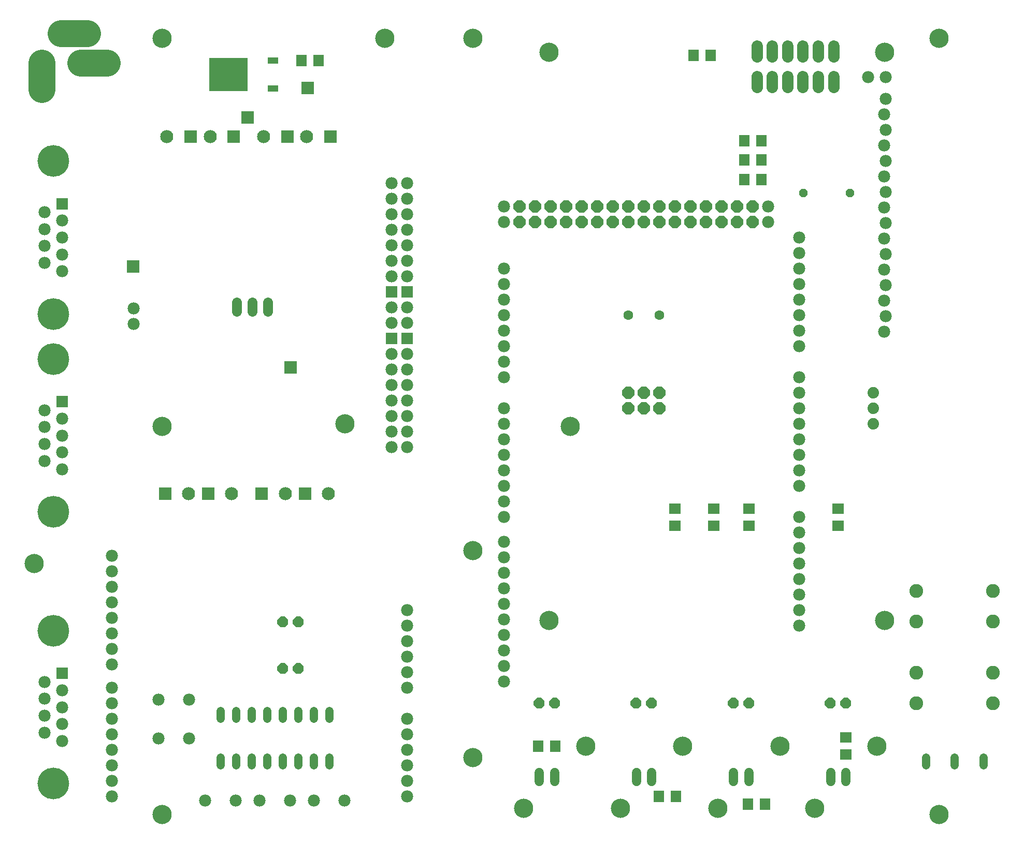
<source format=gbs>
G75*
%MOIN*%
%OFA0B0*%
%FSLAX24Y24*%
%IPPOS*%
%LPD*%
%AMOC8*
5,1,8,0,0,1.08239X$1,22.5*
%
%ADD10C,0.1240*%
%ADD11R,0.0840X0.0840*%
%ADD12C,0.0840*%
%ADD13R,0.0780X0.0780*%
%ADD14C,0.0780*%
%ADD15OC8,0.0780*%
%ADD16C,0.0631*%
%ADD17OC8,0.0520*%
%ADD18C,0.0600*%
%ADD19OC8,0.0700*%
%ADD20R,0.0749X0.0670*%
%ADD21C,0.2040*%
%ADD22C,0.0520*%
%ADD23C,0.0749*%
%ADD24C,0.0740*%
%ADD25C,0.0640*%
%ADD26C,0.0527*%
%ADD27R,0.0670X0.0749*%
%ADD28C,0.1740*%
%ADD29C,0.0890*%
%ADD30R,0.2481X0.2166*%
%ADD31R,0.0670X0.0434*%
%ADD32R,0.0827X0.0827*%
D10*
X013363Y002405D03*
X033363Y006055D03*
X036610Y002796D03*
X040612Y006784D03*
X042860Y002796D03*
X046862Y006784D03*
X049110Y002796D03*
X053112Y006784D03*
X055360Y002796D03*
X059362Y006784D03*
X063363Y002405D03*
X059863Y014905D03*
X039613Y027405D03*
X033363Y019405D03*
X038263Y014905D03*
X025113Y027555D03*
X013363Y027405D03*
X005113Y018555D03*
X038263Y051505D03*
X033363Y052405D03*
X027688Y052405D03*
X013363Y052405D03*
X059863Y051505D03*
X063363Y052405D03*
D11*
X024183Y046055D03*
X021413Y046055D03*
X017963Y046055D03*
X015183Y046055D03*
X016313Y023055D03*
X013543Y023055D03*
X019773Y023055D03*
X022543Y023055D03*
D12*
X021291Y023055D03*
X024061Y023055D03*
X017831Y023055D03*
X015061Y023055D03*
X016445Y046055D03*
X013665Y046055D03*
X019895Y046055D03*
X022665Y046055D03*
D13*
X028113Y036055D03*
X029113Y036055D03*
X029113Y033055D03*
X028113Y033055D03*
X006922Y028986D03*
X006922Y041736D03*
X006922Y011486D03*
D14*
X006922Y010396D03*
X006922Y009305D03*
X006922Y008214D03*
X006922Y007124D03*
X005804Y007671D03*
X005804Y008762D03*
X005804Y009848D03*
X005804Y010939D03*
X010113Y010555D03*
X010113Y009555D03*
X010113Y008555D03*
X010113Y007555D03*
X010113Y006555D03*
X010113Y005555D03*
X010113Y004555D03*
X010113Y003555D03*
X013129Y007305D03*
X015097Y007305D03*
X015097Y009805D03*
X013129Y009805D03*
X010113Y012055D03*
X010113Y013055D03*
X010113Y014055D03*
X010113Y015055D03*
X010113Y016055D03*
X010113Y017055D03*
X010113Y018055D03*
X010113Y019055D03*
X006922Y024624D03*
X006922Y025714D03*
X006922Y026805D03*
X006922Y027896D03*
X005804Y028439D03*
X005804Y027348D03*
X005804Y026262D03*
X005804Y025171D03*
X011513Y034005D03*
X011513Y035005D03*
X006922Y037374D03*
X006922Y038464D03*
X006922Y039555D03*
X006922Y040646D03*
X005804Y041189D03*
X005804Y040098D03*
X005804Y039012D03*
X005804Y037921D03*
X028113Y038055D03*
X028113Y037055D03*
X029113Y037055D03*
X029113Y038055D03*
X029113Y039055D03*
X028113Y039055D03*
X028113Y040055D03*
X029113Y040055D03*
X029113Y041055D03*
X028113Y041055D03*
X028113Y042055D03*
X029113Y042055D03*
X029113Y043055D03*
X028113Y043055D03*
X035363Y041555D03*
X035363Y040555D03*
X035363Y037555D03*
X035363Y036555D03*
X035363Y035555D03*
X035363Y034555D03*
X035363Y033555D03*
X035363Y032555D03*
X035363Y031555D03*
X035363Y030555D03*
X035363Y028555D03*
X035363Y027555D03*
X035363Y026555D03*
X035363Y025555D03*
X035363Y024555D03*
X035363Y023555D03*
X035363Y022555D03*
X035363Y021555D03*
X035363Y019955D03*
X035363Y018955D03*
X035363Y017955D03*
X035363Y016955D03*
X035363Y015955D03*
X035363Y014955D03*
X035363Y013955D03*
X035363Y012955D03*
X035363Y011955D03*
X035363Y010955D03*
X029113Y010555D03*
X029113Y011555D03*
X029113Y012555D03*
X029113Y013555D03*
X029113Y014555D03*
X029113Y015555D03*
X029113Y008555D03*
X029113Y007555D03*
X029113Y006555D03*
X029113Y005555D03*
X029113Y004555D03*
X029113Y003555D03*
X025097Y003305D03*
X023129Y003305D03*
X021597Y003305D03*
X019629Y003305D03*
X018097Y003305D03*
X016129Y003305D03*
X028113Y026055D03*
X029113Y026055D03*
X029113Y027055D03*
X028113Y027055D03*
X028113Y028055D03*
X029113Y028055D03*
X029113Y029055D03*
X028113Y029055D03*
X028113Y030055D03*
X028113Y031055D03*
X029113Y031055D03*
X029113Y030055D03*
X029113Y032055D03*
X028113Y032055D03*
X028113Y034055D03*
X029113Y034055D03*
X029113Y035055D03*
X028113Y035055D03*
X052363Y040555D03*
X052363Y041555D03*
X054363Y039555D03*
X054363Y038555D03*
X054363Y037555D03*
X054363Y036555D03*
X054363Y035555D03*
X054363Y034555D03*
X054363Y033555D03*
X054363Y032555D03*
X054363Y030555D03*
X054363Y029555D03*
X054363Y028555D03*
X054363Y027555D03*
X054363Y026555D03*
X054363Y025555D03*
X054363Y024555D03*
X054363Y023555D03*
X054363Y021555D03*
X054363Y020555D03*
X054363Y019555D03*
X054363Y018555D03*
X054363Y017555D03*
X054363Y016555D03*
X054363Y015555D03*
X054363Y014555D03*
X059813Y033505D03*
X059913Y034505D03*
X059813Y035505D03*
X059913Y036505D03*
X059813Y037505D03*
X059913Y038505D03*
X059813Y039505D03*
X059913Y040505D03*
X059813Y041505D03*
X059913Y042505D03*
X059813Y043505D03*
X059913Y044505D03*
X059813Y045505D03*
X059913Y046505D03*
X059813Y047505D03*
X059913Y048505D03*
X059933Y049880D03*
X058793Y049880D03*
D15*
X051363Y041555D03*
X050363Y041555D03*
X049363Y041555D03*
X048363Y041555D03*
X047363Y041555D03*
X046363Y041555D03*
X045363Y041555D03*
X044363Y041555D03*
X043363Y041555D03*
X042363Y041555D03*
X041363Y041555D03*
X040363Y041555D03*
X039363Y041555D03*
X038363Y041555D03*
X037363Y041555D03*
X036363Y041555D03*
X036363Y040555D03*
X037363Y040555D03*
X038363Y040555D03*
X039363Y040555D03*
X040363Y040555D03*
X041363Y040555D03*
X042363Y040555D03*
X043363Y040555D03*
X044363Y040555D03*
X045363Y040555D03*
X046363Y040555D03*
X047363Y040555D03*
X048363Y040555D03*
X049363Y040555D03*
X050363Y040555D03*
X051363Y040555D03*
X045363Y029555D03*
X044363Y029555D03*
X043363Y029555D03*
X043363Y028555D03*
X044363Y028555D03*
X045363Y028555D03*
D16*
X045359Y034555D03*
X043367Y034555D03*
D17*
X054613Y042430D03*
X057613Y042430D03*
D18*
X057363Y005085D02*
X057363Y004525D01*
X056382Y004525D02*
X056382Y005085D01*
X051113Y005085D02*
X051113Y004525D01*
X050132Y004525D02*
X050132Y005085D01*
X044863Y005085D02*
X044863Y004525D01*
X043882Y004525D02*
X043882Y005085D01*
X038613Y005085D02*
X038613Y004525D01*
X037632Y004525D02*
X037632Y005085D01*
D19*
X037613Y009555D03*
X038613Y009555D03*
X043863Y009555D03*
X044863Y009555D03*
X050113Y009555D03*
X051113Y009555D03*
X056363Y009555D03*
X057363Y009555D03*
X022113Y011805D03*
X021113Y011805D03*
X021113Y014805D03*
X022113Y014805D03*
D20*
X046363Y021004D03*
X046363Y022106D03*
X048863Y022106D03*
X048863Y021004D03*
X051113Y021004D03*
X051113Y022106D03*
X056863Y022106D03*
X056863Y021004D03*
X057363Y007356D03*
X057363Y006254D03*
D21*
X006363Y004384D03*
X006363Y014226D03*
X006363Y021884D03*
X006363Y031726D03*
X006363Y034634D03*
X006363Y044476D03*
D22*
X017113Y009045D02*
X017113Y008565D01*
X018113Y008565D02*
X018113Y009045D01*
X019113Y009045D02*
X019113Y008565D01*
X020113Y008565D02*
X020113Y009045D01*
X021113Y009045D02*
X021113Y008565D01*
X022113Y008565D02*
X022113Y009045D01*
X023113Y009045D02*
X023113Y008565D01*
X024113Y008565D02*
X024113Y009045D01*
X024113Y006045D02*
X024113Y005565D01*
X023113Y005565D02*
X023113Y006045D01*
X022113Y006045D02*
X022113Y005565D01*
X021113Y005565D02*
X021113Y006045D01*
X020113Y006045D02*
X020113Y005565D01*
X019113Y005565D02*
X019113Y006045D01*
X018113Y006045D02*
X018113Y005565D01*
X017113Y005565D02*
X017113Y006045D01*
D23*
X051653Y049216D02*
X051653Y049925D01*
X052637Y049925D02*
X052637Y049216D01*
X053621Y049216D02*
X053621Y049925D01*
X054605Y049925D02*
X054605Y049216D01*
X055590Y049216D02*
X055590Y049925D01*
X056574Y049925D02*
X056574Y049216D01*
X056574Y051185D02*
X056574Y051894D01*
X055590Y051894D02*
X055590Y051185D01*
X054605Y051185D02*
X054605Y051894D01*
X053621Y051894D02*
X053621Y051185D01*
X052637Y051185D02*
X052637Y051894D01*
X051653Y051894D02*
X051653Y051185D01*
D24*
X059113Y029555D03*
X059113Y028555D03*
X059113Y027555D03*
D25*
X020163Y034780D02*
X020163Y035380D01*
X019163Y035380D02*
X019163Y034780D01*
X018163Y034780D02*
X018163Y035380D01*
D26*
X062513Y006049D02*
X062513Y005561D01*
X064363Y005561D02*
X064363Y006049D01*
X066213Y006049D02*
X066213Y005561D01*
D27*
X052164Y003055D03*
X051062Y003055D03*
X046414Y003555D03*
X045312Y003555D03*
X038664Y006805D03*
X037562Y006805D03*
X050812Y043305D03*
X051914Y043305D03*
X051914Y044555D03*
X050812Y044555D03*
X050812Y045805D03*
X051914Y045805D03*
X048664Y051305D03*
X047562Y051305D03*
X023414Y050955D03*
X022312Y050955D03*
D28*
X009813Y050805D02*
X008113Y050805D01*
X008563Y052705D02*
X006863Y052705D01*
X005613Y050805D02*
X005613Y049105D01*
D29*
X061903Y016789D03*
X061903Y014821D03*
X061903Y011539D03*
X061903Y009571D03*
X066824Y009571D03*
X066824Y011539D03*
X066824Y014821D03*
X066824Y016789D03*
D30*
X017629Y050055D03*
D31*
X020503Y049157D03*
X020503Y050953D03*
D32*
X022738Y049180D03*
X018863Y047305D03*
X011488Y037680D03*
X021613Y031180D03*
M02*

</source>
